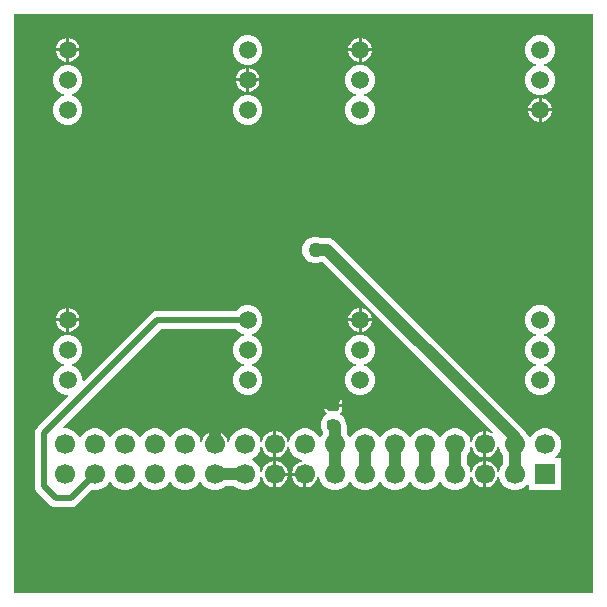
<source format=gbl>
G04*
G04 #@! TF.GenerationSoftware,Altium Limited,Altium Designer,21.2.2 (38)*
G04*
G04 Layer_Physical_Order=2*
G04 Layer_Color=12811406*
%FSLAX44Y44*%
%MOMM*%
G71*
G04*
G04 #@! TF.SameCoordinates,F90950B5-CE6C-4725-8A59-E2001084E966*
G04*
G04*
G04 #@! TF.FilePolarity,Positive*
G04*
G01*
G75*
G04:AMPARAMS|DCode=26|XSize=0.9mm|YSize=1mm|CornerRadius=0.225mm|HoleSize=0mm|Usage=FLASHONLY|Rotation=270.000|XOffset=0mm|YOffset=0mm|HoleType=Round|Shape=RoundedRectangle|*
%AMROUNDEDRECTD26*
21,1,0.9000,0.5500,0,0,270.0*
21,1,0.4500,1.0000,0,0,270.0*
1,1,0.4500,-0.2750,-0.2250*
1,1,0.4500,-0.2750,0.2250*
1,1,0.4500,0.2750,0.2250*
1,1,0.4500,0.2750,-0.2250*
%
%ADD26ROUNDEDRECTD26*%
%ADD30C,1.0000*%
%ADD31C,0.5000*%
%ADD33C,1.5000*%
%ADD34R,1.7000X1.7000*%
%ADD35C,1.7000*%
%ADD36C,1.2700*%
G36*
X745000Y175000D02*
X255000D01*
Y665000D01*
X745000D01*
X745000Y175000D01*
D02*
G37*
%LPC*%
G36*
X301322Y644440D02*
X301270D01*
Y635670D01*
X310040D01*
Y635722D01*
X309356Y638275D01*
X308034Y640565D01*
X306165Y642434D01*
X303875Y643756D01*
X301322Y644440D01*
D02*
G37*
G36*
X298730D02*
X298678D01*
X296125Y643756D01*
X293835Y642434D01*
X291966Y640565D01*
X290644Y638275D01*
X289960Y635722D01*
Y635670D01*
X298730D01*
Y644440D01*
D02*
G37*
G36*
X548922D02*
X548870D01*
Y635670D01*
X557640D01*
Y635722D01*
X556956Y638275D01*
X555634Y640565D01*
X553765Y642434D01*
X551475Y643756D01*
X548922Y644440D01*
D02*
G37*
G36*
X546330D02*
X546278D01*
X543725Y643756D01*
X541435Y642434D01*
X539566Y640565D01*
X538244Y638275D01*
X537560Y635722D01*
Y635670D01*
X546330D01*
Y644440D01*
D02*
G37*
G36*
X557640Y633130D02*
X548870D01*
Y624360D01*
X548922D01*
X551475Y625044D01*
X553765Y626366D01*
X555634Y628235D01*
X556956Y630525D01*
X557640Y633078D01*
Y633130D01*
D02*
G37*
G36*
X546330D02*
X537560D01*
Y633078D01*
X538244Y630525D01*
X539566Y628235D01*
X541435Y626366D01*
X543725Y625044D01*
X546278Y624360D01*
X546330D01*
Y633130D01*
D02*
G37*
G36*
X310040Y633130D02*
X301270D01*
Y624360D01*
X301322D01*
X303875Y625044D01*
X306165Y626366D01*
X308034Y628235D01*
X309356Y630525D01*
X310040Y633078D01*
Y633130D01*
D02*
G37*
G36*
X298730D02*
X289960D01*
Y633078D01*
X290644Y630525D01*
X291966Y628235D01*
X293835Y626366D01*
X296125Y625044D01*
X298678Y624360D01*
X298730D01*
Y633130D01*
D02*
G37*
G36*
X454046Y646900D02*
X450754D01*
X447575Y646048D01*
X444725Y644402D01*
X442397Y642075D01*
X440752Y639225D01*
X439900Y636046D01*
Y632754D01*
X440752Y629575D01*
X442397Y626725D01*
X444725Y624398D01*
X447575Y622752D01*
X450754Y621900D01*
X454046D01*
X457225Y622752D01*
X460075Y624398D01*
X462402Y626725D01*
X464048Y629575D01*
X464900Y632754D01*
Y636046D01*
X464048Y639225D01*
X462402Y642075D01*
X460075Y644402D01*
X457225Y646048D01*
X454046Y646900D01*
D02*
G37*
G36*
X453722Y619040D02*
X453670D01*
Y610270D01*
X462440D01*
Y610322D01*
X461756Y612875D01*
X460434Y615165D01*
X458565Y617034D01*
X456275Y618356D01*
X453722Y619040D01*
D02*
G37*
G36*
X451130D02*
X451078D01*
X448525Y618356D01*
X446235Y617034D01*
X444366Y615165D01*
X443044Y612875D01*
X442360Y610322D01*
Y610270D01*
X451130D01*
Y619040D01*
D02*
G37*
G36*
X462440Y607730D02*
X453670D01*
Y598960D01*
X453722D01*
X456275Y599644D01*
X458565Y600966D01*
X460434Y602835D01*
X461756Y605125D01*
X462440Y607678D01*
Y607730D01*
D02*
G37*
G36*
X451130D02*
X442360D01*
Y607678D01*
X443044Y605125D01*
X444366Y602835D01*
X446235Y600966D01*
X448525Y599644D01*
X451078Y598960D01*
X451130D01*
Y607730D01*
D02*
G37*
G36*
X701646Y646900D02*
X698354D01*
X695175Y646048D01*
X692325Y644402D01*
X689997Y642075D01*
X688352Y639225D01*
X687500Y636046D01*
Y632754D01*
X688352Y629575D01*
X689997Y626725D01*
X692325Y624398D01*
X695175Y622752D01*
X696647Y622357D01*
Y621043D01*
X695175Y620648D01*
X692325Y619002D01*
X689997Y616675D01*
X688352Y613825D01*
X687500Y610646D01*
Y607354D01*
X688352Y604175D01*
X689997Y601325D01*
X692325Y598997D01*
X695175Y597352D01*
X698354Y596500D01*
X701646D01*
X704825Y597352D01*
X707675Y598997D01*
X710003Y601325D01*
X711648Y604175D01*
X712500Y607354D01*
Y610646D01*
X711648Y613825D01*
X710003Y616675D01*
X707675Y619002D01*
X704825Y620648D01*
X703353Y621043D01*
Y622357D01*
X704825Y622752D01*
X707675Y624398D01*
X710003Y626725D01*
X711648Y629575D01*
X712500Y632754D01*
Y636046D01*
X711648Y639225D01*
X710003Y642075D01*
X707675Y644402D01*
X704825Y646048D01*
X701646Y646900D01*
D02*
G37*
G36*
X701322Y593640D02*
X701270D01*
Y584870D01*
X710040D01*
Y584922D01*
X709356Y587475D01*
X708034Y589765D01*
X706165Y591634D01*
X703875Y592956D01*
X701322Y593640D01*
D02*
G37*
G36*
X698730D02*
X698678D01*
X696125Y592956D01*
X693835Y591634D01*
X691966Y589765D01*
X690644Y587475D01*
X689960Y584922D01*
Y584870D01*
X698730D01*
Y593640D01*
D02*
G37*
G36*
X710040Y582330D02*
X701270D01*
Y573560D01*
X701322D01*
X703875Y574244D01*
X706165Y575566D01*
X708034Y577435D01*
X709356Y579725D01*
X710040Y582278D01*
Y582330D01*
D02*
G37*
G36*
X698730D02*
X689960D01*
Y582278D01*
X690644Y579725D01*
X691966Y577435D01*
X693835Y575566D01*
X696125Y574244D01*
X698678Y573560D01*
X698730D01*
Y582330D01*
D02*
G37*
G36*
X549246Y621500D02*
X545954D01*
X542775Y620648D01*
X539925Y619002D01*
X537598Y616675D01*
X535952Y613825D01*
X535100Y610646D01*
Y607354D01*
X535952Y604175D01*
X537598Y601325D01*
X539925Y598997D01*
X542775Y597352D01*
X544247Y596957D01*
Y595643D01*
X542775Y595248D01*
X539925Y593602D01*
X537598Y591275D01*
X535952Y588425D01*
X535100Y585246D01*
Y581954D01*
X535952Y578775D01*
X537598Y575925D01*
X539925Y573597D01*
X542775Y571952D01*
X545954Y571100D01*
X549246D01*
X552425Y571952D01*
X555275Y573597D01*
X557603Y575925D01*
X559248Y578775D01*
X560100Y581954D01*
Y585246D01*
X559248Y588425D01*
X557603Y591275D01*
X555275Y593602D01*
X552425Y595248D01*
X550953Y595643D01*
Y596957D01*
X552425Y597352D01*
X555275Y598997D01*
X557603Y601325D01*
X559248Y604175D01*
X560100Y607354D01*
Y610646D01*
X559248Y613825D01*
X557603Y616675D01*
X555275Y619002D01*
X552425Y620648D01*
X549246Y621500D01*
D02*
G37*
G36*
X454046Y596100D02*
X450754D01*
X447575Y595248D01*
X444725Y593602D01*
X442397Y591275D01*
X440752Y588425D01*
X439900Y585246D01*
Y581954D01*
X440752Y578775D01*
X442397Y575925D01*
X444725Y573597D01*
X447575Y571952D01*
X450754Y571100D01*
X454046D01*
X457225Y571952D01*
X460075Y573597D01*
X462402Y575925D01*
X464048Y578775D01*
X464900Y581954D01*
Y585246D01*
X464048Y588425D01*
X462402Y591275D01*
X460075Y593602D01*
X457225Y595248D01*
X454046Y596100D01*
D02*
G37*
G36*
X301646Y621500D02*
X298354D01*
X295175Y620648D01*
X292325Y619002D01*
X289998Y616675D01*
X288352Y613825D01*
X287500Y610646D01*
Y607354D01*
X288352Y604175D01*
X289998Y601325D01*
X292325Y598997D01*
X295175Y597352D01*
X296647Y596957D01*
Y595643D01*
X295175Y595248D01*
X292325Y593602D01*
X289998Y591275D01*
X288352Y588425D01*
X287500Y585246D01*
Y581954D01*
X288352Y578775D01*
X289998Y575925D01*
X292325Y573597D01*
X295175Y571952D01*
X298354Y571100D01*
X301646D01*
X304825Y571952D01*
X307675Y573597D01*
X310002Y575925D01*
X311648Y578775D01*
X312500Y581954D01*
Y585246D01*
X311648Y588425D01*
X310002Y591275D01*
X307675Y593602D01*
X304825Y595248D01*
X303353Y595643D01*
Y596957D01*
X304825Y597352D01*
X307675Y598997D01*
X310002Y601325D01*
X311648Y604175D01*
X312500Y607354D01*
Y610646D01*
X311648Y613825D01*
X310002Y616675D01*
X307675Y619002D01*
X304825Y620648D01*
X301646Y621500D01*
D02*
G37*
G36*
X454046Y418300D02*
X450754D01*
X447575Y417448D01*
X444725Y415802D01*
X442397Y413475D01*
X442334Y413365D01*
X375800D01*
X375800Y413365D01*
X374821Y413236D01*
X373842Y413107D01*
X372018Y412351D01*
X370451Y411149D01*
X313770Y354468D01*
X312500Y354994D01*
Y356646D01*
X311648Y359825D01*
X310002Y362675D01*
X307675Y365003D01*
X304825Y366648D01*
X303353Y367043D01*
Y368357D01*
X304825Y368752D01*
X307675Y370397D01*
X310002Y372725D01*
X311648Y375575D01*
X312500Y378754D01*
Y382046D01*
X311648Y385225D01*
X310002Y388075D01*
X307675Y390402D01*
X304825Y392048D01*
X301646Y392900D01*
X298354D01*
X295175Y392048D01*
X292325Y390402D01*
X289998Y388075D01*
X288352Y385225D01*
X287500Y382046D01*
Y378754D01*
X288352Y375575D01*
X289998Y372725D01*
X292325Y370397D01*
X295175Y368752D01*
X296647Y368357D01*
Y367043D01*
X295175Y366648D01*
X292325Y365003D01*
X289998Y362675D01*
X288352Y359825D01*
X287500Y356646D01*
Y353354D01*
X288352Y350175D01*
X289998Y347325D01*
X292325Y344997D01*
X295175Y343352D01*
X298354Y342500D01*
X300006D01*
X300532Y341230D01*
X274651Y315349D01*
X273449Y313782D01*
X272693Y311958D01*
X272435Y310000D01*
Y265000D01*
X272693Y263042D01*
X273449Y261218D01*
X274651Y259651D01*
X284651Y249651D01*
X284651Y249651D01*
X286218Y248449D01*
X288042Y247693D01*
X290000Y247435D01*
X302972D01*
X304930Y247693D01*
X306754Y248449D01*
X308321Y249651D01*
X320387Y261716D01*
X321194Y261500D01*
X324749D01*
X328183Y262420D01*
X331261Y264197D01*
X333774Y266711D01*
X334939Y268727D01*
X336405D01*
X337569Y266711D01*
X340083Y264197D01*
X343161Y262420D01*
X346595Y261500D01*
X350149D01*
X353583Y262420D01*
X356661Y264197D01*
X359174Y266711D01*
X360339Y268727D01*
X361805D01*
X362969Y266711D01*
X365483Y264197D01*
X368561Y262420D01*
X371995Y261500D01*
X375549D01*
X378983Y262420D01*
X382061Y264197D01*
X384575Y266711D01*
X385738Y268727D01*
X387205D01*
X388369Y266711D01*
X390883Y264197D01*
X393961Y262420D01*
X397394Y261500D01*
X400949D01*
X404383Y262420D01*
X407461Y264197D01*
X409975Y266711D01*
X411138Y268727D01*
X412605D01*
X413769Y266711D01*
X416283Y264197D01*
X419361Y262420D01*
X422794Y261500D01*
X426349D01*
X429783Y262420D01*
X432861Y264197D01*
X433577Y264914D01*
X440966D01*
X441683Y264197D01*
X444761Y262420D01*
X448195Y261500D01*
X451749D01*
X455183Y262420D01*
X458261Y264197D01*
X460774Y266711D01*
X462552Y269789D01*
X463288Y272536D01*
X464603D01*
X465084Y270739D01*
X466538Y268221D01*
X468593Y266166D01*
X471110Y264712D01*
X473918Y263960D01*
X474102D01*
Y275000D01*
Y286040D01*
X473918D01*
X471110Y285288D01*
X468593Y283834D01*
X466538Y281779D01*
X465084Y279261D01*
X464603Y277464D01*
X463288D01*
X462552Y280211D01*
X460774Y283289D01*
X458261Y285803D01*
X456245Y286967D01*
Y288433D01*
X458261Y289597D01*
X460774Y292111D01*
X462552Y295189D01*
X463288Y297936D01*
X464603D01*
X465084Y296139D01*
X466538Y293621D01*
X468593Y291566D01*
X471110Y290112D01*
X473918Y289360D01*
X474102D01*
Y300400D01*
Y311440D01*
X473918D01*
X471110Y310688D01*
X468593Y309234D01*
X466538Y307179D01*
X465084Y304661D01*
X464603Y302864D01*
X463288D01*
X462552Y305611D01*
X460774Y308689D01*
X458261Y311203D01*
X455183Y312980D01*
X451749Y313900D01*
X448195D01*
X444761Y312980D01*
X441683Y311203D01*
X439169Y308689D01*
X437392Y305611D01*
X436656Y302864D01*
X435341D01*
X434859Y304661D01*
X433406Y307179D01*
X431351Y309234D01*
X428833Y310688D01*
X426025Y311440D01*
X425842D01*
Y300400D01*
X423302D01*
Y311440D01*
X423118D01*
X420311Y310688D01*
X417793Y309234D01*
X415738Y307179D01*
X414284Y304661D01*
X413803Y302864D01*
X412488D01*
X411752Y305611D01*
X409975Y308689D01*
X407461Y311203D01*
X404383Y312980D01*
X400949Y313900D01*
X397394D01*
X393961Y312980D01*
X390883Y311203D01*
X388369Y308689D01*
X387205Y306673D01*
X385738D01*
X384575Y308689D01*
X382061Y311203D01*
X378983Y312980D01*
X375549Y313900D01*
X371995D01*
X368561Y312980D01*
X365483Y311203D01*
X362969Y308689D01*
X361805Y306673D01*
X360339D01*
X359174Y308689D01*
X356661Y311203D01*
X353583Y312980D01*
X350149Y313900D01*
X346595D01*
X343161Y312980D01*
X340083Y311203D01*
X337569Y308689D01*
X336405Y306673D01*
X334939D01*
X333774Y308689D01*
X331261Y311203D01*
X328183Y312980D01*
X324749Y313900D01*
X321194D01*
X317761Y312980D01*
X314683Y311203D01*
X312169Y308689D01*
X311005Y306673D01*
X309538D01*
X308375Y308689D01*
X305861Y311203D01*
X302783Y312980D01*
X299349Y313900D01*
X296394D01*
X295868Y315170D01*
X378933Y398235D01*
X442334D01*
X442397Y398125D01*
X444725Y395798D01*
X447575Y394152D01*
X449047Y393757D01*
Y392443D01*
X447575Y392048D01*
X444725Y390402D01*
X442397Y388075D01*
X440752Y385225D01*
X439900Y382046D01*
Y378754D01*
X440752Y375575D01*
X442397Y372725D01*
X444725Y370397D01*
X447575Y368752D01*
X449047Y368357D01*
Y367043D01*
X447575Y366648D01*
X444725Y365003D01*
X442397Y362675D01*
X440752Y359825D01*
X439900Y356646D01*
Y353354D01*
X440752Y350175D01*
X442397Y347325D01*
X444725Y344997D01*
X447575Y343352D01*
X450754Y342500D01*
X454046D01*
X457225Y343352D01*
X460075Y344997D01*
X462402Y347325D01*
X464048Y350175D01*
X464900Y353354D01*
Y356646D01*
X464048Y359825D01*
X462402Y362675D01*
X460075Y365003D01*
X457225Y366648D01*
X455753Y367043D01*
Y368357D01*
X457225Y368752D01*
X460075Y370397D01*
X462402Y372725D01*
X464048Y375575D01*
X464900Y378754D01*
Y382046D01*
X464048Y385225D01*
X462402Y388075D01*
X460075Y390402D01*
X457225Y392048D01*
X455753Y392443D01*
Y393757D01*
X457225Y394152D01*
X460075Y395798D01*
X462402Y398125D01*
X464048Y400975D01*
X464900Y404154D01*
Y407446D01*
X464048Y410625D01*
X462402Y413475D01*
X460075Y415802D01*
X457225Y417448D01*
X454046Y418300D01*
D02*
G37*
G36*
X301322Y415840D02*
X301270D01*
Y407070D01*
X310040D01*
Y407122D01*
X309356Y409675D01*
X308034Y411965D01*
X306165Y413834D01*
X303875Y415156D01*
X301322Y415840D01*
D02*
G37*
G36*
X298730D02*
X298678D01*
X296125Y415156D01*
X293835Y413834D01*
X291966Y411965D01*
X290644Y409675D01*
X289960Y407122D01*
Y407070D01*
X298730D01*
Y415840D01*
D02*
G37*
G36*
X548922D02*
X548870D01*
Y407070D01*
X557640D01*
Y407122D01*
X556956Y409675D01*
X555634Y411965D01*
X553765Y413834D01*
X551475Y415156D01*
X548922Y415840D01*
D02*
G37*
G36*
X546330D02*
X546278D01*
X543725Y415156D01*
X541435Y413834D01*
X539566Y411965D01*
X538244Y409675D01*
X537560Y407122D01*
Y407070D01*
X546330D01*
Y415840D01*
D02*
G37*
G36*
X557640Y404530D02*
X548870D01*
Y395760D01*
X548922D01*
X551475Y396444D01*
X553765Y397766D01*
X555634Y399635D01*
X556956Y401925D01*
X557640Y404478D01*
Y404530D01*
D02*
G37*
G36*
X546330D02*
X537560D01*
Y404478D01*
X538244Y401925D01*
X539566Y399635D01*
X541435Y397766D01*
X543725Y396444D01*
X546278Y395760D01*
X546330D01*
Y404530D01*
D02*
G37*
G36*
X310040Y404530D02*
X301270D01*
Y395760D01*
X301322D01*
X303875Y396444D01*
X306165Y397766D01*
X308034Y399635D01*
X309356Y401925D01*
X310040Y404478D01*
Y404530D01*
D02*
G37*
G36*
X298730D02*
X289960D01*
Y404478D01*
X290644Y401925D01*
X291966Y399635D01*
X293835Y397766D01*
X296125Y396444D01*
X298678Y395760D01*
X298730D01*
Y404530D01*
D02*
G37*
G36*
X701646Y418300D02*
X698354D01*
X695175Y417448D01*
X692325Y415802D01*
X689997Y413475D01*
X688352Y410625D01*
X687500Y407446D01*
Y404154D01*
X688352Y400975D01*
X689997Y398125D01*
X692325Y395798D01*
X695175Y394152D01*
X696647Y393757D01*
Y392443D01*
X695175Y392048D01*
X692325Y390402D01*
X689997Y388075D01*
X688352Y385225D01*
X687500Y382046D01*
Y378754D01*
X688352Y375575D01*
X689997Y372725D01*
X692325Y370397D01*
X695175Y368752D01*
X696647Y368357D01*
Y367043D01*
X695175Y366648D01*
X692325Y365003D01*
X689997Y362675D01*
X688352Y359825D01*
X687500Y356646D01*
Y353354D01*
X688352Y350175D01*
X689997Y347325D01*
X692325Y344997D01*
X695175Y343352D01*
X698354Y342500D01*
X701646D01*
X704825Y343352D01*
X707675Y344997D01*
X710003Y347325D01*
X711648Y350175D01*
X712500Y353354D01*
Y356646D01*
X711648Y359825D01*
X710003Y362675D01*
X707675Y365003D01*
X704825Y366648D01*
X703353Y367043D01*
Y368357D01*
X704825Y368752D01*
X707675Y370397D01*
X710003Y372725D01*
X711648Y375575D01*
X712500Y378754D01*
Y382046D01*
X711648Y385225D01*
X710003Y388075D01*
X707675Y390402D01*
X704825Y392048D01*
X703353Y392443D01*
Y393757D01*
X704825Y394152D01*
X707675Y395798D01*
X710003Y398125D01*
X711648Y400975D01*
X712500Y404154D01*
Y407446D01*
X711648Y410625D01*
X710003Y413475D01*
X707675Y415802D01*
X704825Y417448D01*
X701646Y418300D01*
D02*
G37*
G36*
X549246Y392900D02*
X545954D01*
X542775Y392048D01*
X539925Y390402D01*
X537598Y388075D01*
X535952Y385225D01*
X535100Y382046D01*
Y378754D01*
X535952Y375575D01*
X537598Y372725D01*
X539925Y370397D01*
X542775Y368752D01*
X544247Y368357D01*
Y367043D01*
X542775Y366648D01*
X539925Y365003D01*
X537598Y362675D01*
X535952Y359825D01*
X535100Y356646D01*
Y353354D01*
X535952Y350175D01*
X537598Y347325D01*
X539925Y344997D01*
X542775Y343352D01*
X545954Y342500D01*
X549246D01*
X552425Y343352D01*
X555275Y344997D01*
X557603Y347325D01*
X559248Y350175D01*
X560100Y353354D01*
Y356646D01*
X559248Y359825D01*
X557603Y362675D01*
X555275Y365003D01*
X552425Y366648D01*
X550953Y367043D01*
Y368357D01*
X552425Y368752D01*
X555275Y370397D01*
X557603Y372725D01*
X559248Y375575D01*
X560100Y378754D01*
Y382046D01*
X559248Y385225D01*
X557603Y388075D01*
X555275Y390402D01*
X552425Y392048D01*
X549246Y392900D01*
D02*
G37*
G36*
X527750Y340134D02*
X526270D01*
Y334270D01*
X532634D01*
Y335250D01*
X532262Y337119D01*
X531203Y338703D01*
X529619Y339762D01*
X527750Y340134D01*
D02*
G37*
G36*
X523730D02*
X522250D01*
X520381Y339762D01*
X518797Y338703D01*
X517738Y337119D01*
X517366Y335250D01*
Y334270D01*
X523730D01*
Y340134D01*
D02*
G37*
G36*
X511494Y476350D02*
X508506D01*
X505619Y475577D01*
X503031Y474082D01*
X500918Y471969D01*
X499423Y469381D01*
X498650Y466494D01*
Y463506D01*
X499423Y460619D01*
X500918Y458031D01*
X503031Y455918D01*
X505619Y454423D01*
X508506Y453650D01*
X511494D01*
X514381Y454423D01*
X515230Y454914D01*
X515822D01*
X660151Y310585D01*
X659371Y309569D01*
X657433Y310688D01*
X654625Y311440D01*
X654442D01*
Y300400D01*
Y289360D01*
X654625D01*
X657433Y290112D01*
X659950Y291566D01*
X662006Y293621D01*
X663459Y296139D01*
X663941Y297936D01*
X665256D01*
X665992Y295189D01*
X667769Y292111D01*
X668485Y291394D01*
Y284006D01*
X667769Y283289D01*
X665992Y280211D01*
X665256Y277464D01*
X663941D01*
X663459Y279261D01*
X662006Y281779D01*
X659950Y283834D01*
X657433Y285288D01*
X654625Y286040D01*
X654442D01*
Y275000D01*
Y263960D01*
X654625D01*
X657433Y264712D01*
X659950Y266166D01*
X662006Y268221D01*
X663459Y270739D01*
X663941Y272536D01*
X665256D01*
X665992Y269789D01*
X667769Y266711D01*
X670283Y264197D01*
X673361Y262420D01*
X676795Y261500D01*
X680349D01*
X683783Y262420D01*
X686861Y264197D01*
X689202Y266538D01*
X690472Y266294D01*
Y261500D01*
X717472D01*
Y288500D01*
X712678D01*
X712434Y289770D01*
X714774Y292111D01*
X716552Y295189D01*
X717472Y298623D01*
Y302177D01*
X716552Y305611D01*
X714774Y308689D01*
X712261Y311203D01*
X709183Y312980D01*
X705749Y313900D01*
X702195D01*
X698761Y312980D01*
X695683Y311203D01*
X693169Y308689D01*
X692005Y306673D01*
X690538D01*
X689374Y308689D01*
X687812Y310252D01*
X687307Y311471D01*
X685704Y313560D01*
X527132Y472132D01*
X525043Y473735D01*
X522611Y474743D01*
X520000Y475086D01*
X515230D01*
X514381Y475577D01*
X511494Y476350D01*
D02*
G37*
G36*
X532634Y331730D02*
X525000D01*
X517366D01*
Y330750D01*
X517738Y328881D01*
X518797Y327297D01*
X519182Y327039D01*
X519058Y325775D01*
X518594Y325583D01*
X517079Y324421D01*
X515917Y322906D01*
X515187Y321143D01*
X514938Y319250D01*
Y317180D01*
X514914Y317000D01*
X514938Y316820D01*
Y314750D01*
X515187Y312857D01*
X515917Y311094D01*
X516086Y310874D01*
Y309406D01*
X515369Y308689D01*
X514205Y306673D01*
X512738D01*
X511575Y308689D01*
X509061Y311203D01*
X505983Y312980D01*
X502549Y313900D01*
X498994D01*
X495561Y312980D01*
X492483Y311203D01*
X489969Y308689D01*
X488192Y305611D01*
X487456Y302864D01*
X486141D01*
X485659Y304661D01*
X484206Y307179D01*
X482150Y309234D01*
X479633Y310688D01*
X476825Y311440D01*
X476642D01*
Y300400D01*
Y289360D01*
X476825D01*
X479633Y290112D01*
X482150Y291566D01*
X484206Y293621D01*
X485659Y296139D01*
X486141Y297936D01*
X487456D01*
X488192Y295189D01*
X489969Y292111D01*
X492483Y289597D01*
X495561Y287820D01*
X498308Y287084D01*
Y285769D01*
X496511Y285288D01*
X493993Y283834D01*
X491938Y281779D01*
X490484Y279261D01*
X489732Y276453D01*
Y276270D01*
X500772D01*
Y275000D01*
X502042D01*
Y263960D01*
X502225D01*
X505033Y264712D01*
X507551Y266166D01*
X509606Y268221D01*
X511059Y270739D01*
X511541Y272536D01*
X512856D01*
X513592Y269789D01*
X515369Y266711D01*
X517883Y264197D01*
X520961Y262420D01*
X524394Y261500D01*
X527949D01*
X531383Y262420D01*
X534461Y264197D01*
X536974Y266711D01*
X538139Y268727D01*
X539605D01*
X540769Y266711D01*
X543283Y264197D01*
X546361Y262420D01*
X549795Y261500D01*
X553349D01*
X556783Y262420D01*
X559861Y264197D01*
X562374Y266711D01*
X563539Y268727D01*
X565005D01*
X566169Y266711D01*
X568683Y264197D01*
X571761Y262420D01*
X575195Y261500D01*
X578749D01*
X582183Y262420D01*
X585261Y264197D01*
X587775Y266711D01*
X588938Y268727D01*
X590405D01*
X591569Y266711D01*
X594083Y264197D01*
X597161Y262420D01*
X600594Y261500D01*
X604149D01*
X607583Y262420D01*
X610661Y264197D01*
X613175Y266711D01*
X614338Y268727D01*
X615805D01*
X616969Y266711D01*
X619483Y264197D01*
X622561Y262420D01*
X625994Y261500D01*
X629549D01*
X632983Y262420D01*
X636061Y264197D01*
X638574Y266711D01*
X640352Y269789D01*
X641088Y272536D01*
X642403D01*
X642884Y270739D01*
X644338Y268221D01*
X646393Y266166D01*
X648911Y264712D01*
X651718Y263960D01*
X651902D01*
Y275000D01*
Y286040D01*
X651718D01*
X648911Y285288D01*
X646393Y283834D01*
X644338Y281779D01*
X642884Y279261D01*
X642403Y277464D01*
X641088D01*
X640352Y280211D01*
X638574Y283289D01*
X637858Y284006D01*
Y291394D01*
X638574Y292111D01*
X640352Y295189D01*
X641088Y297936D01*
X642403D01*
X642884Y296139D01*
X644338Y293621D01*
X646393Y291566D01*
X648911Y290112D01*
X651718Y289360D01*
X651902D01*
Y300400D01*
Y311440D01*
X651718D01*
X648911Y310688D01*
X646393Y309234D01*
X644338Y307179D01*
X642884Y304661D01*
X642403Y302864D01*
X641088D01*
X640352Y305611D01*
X638574Y308689D01*
X636061Y311203D01*
X632983Y312980D01*
X629549Y313900D01*
X625994D01*
X622561Y312980D01*
X619483Y311203D01*
X616969Y308689D01*
X615805Y306673D01*
X614338D01*
X613175Y308689D01*
X610661Y311203D01*
X607583Y312980D01*
X604149Y313900D01*
X600594D01*
X597161Y312980D01*
X594083Y311203D01*
X591569Y308689D01*
X590405Y306673D01*
X588938D01*
X587775Y308689D01*
X585261Y311203D01*
X582183Y312980D01*
X578749Y313900D01*
X575195D01*
X571761Y312980D01*
X568683Y311203D01*
X566169Y308689D01*
X565005Y306673D01*
X563539D01*
X562374Y308689D01*
X559861Y311203D01*
X556783Y312980D01*
X553349Y313900D01*
X549795D01*
X546361Y312980D01*
X543283Y311203D01*
X540769Y308689D01*
X539605Y306673D01*
X538139D01*
X536974Y308689D01*
X536258Y309406D01*
Y315828D01*
X535914Y318439D01*
X534907Y320871D01*
X534837Y320962D01*
X534813Y321143D01*
X534083Y322906D01*
X532921Y324421D01*
X531406Y325583D01*
X530942Y325775D01*
X530818Y327039D01*
X531203Y327297D01*
X532262Y328881D01*
X532634Y330750D01*
Y331730D01*
D02*
G37*
G36*
X476825Y286040D02*
X476642D01*
Y276270D01*
X486412D01*
Y276453D01*
X485659Y279261D01*
X484206Y281779D01*
X482150Y283834D01*
X479633Y285288D01*
X476825Y286040D01*
D02*
G37*
G36*
X499502Y273730D02*
X489732D01*
Y273547D01*
X490484Y270739D01*
X491938Y268221D01*
X493993Y266166D01*
X496511Y264712D01*
X499318Y263960D01*
X499502D01*
Y273730D01*
D02*
G37*
G36*
X486412D02*
X476642D01*
Y263960D01*
X476825D01*
X479633Y264712D01*
X482150Y266166D01*
X484206Y268221D01*
X485659Y270739D01*
X486412Y273547D01*
Y273730D01*
D02*
G37*
%LPD*%
D26*
X525000Y317000D02*
D03*
Y333000D02*
D03*
D30*
X424572Y275000D02*
X449972D01*
X526172Y300400D02*
Y315828D01*
Y275000D02*
Y300400D01*
X525000Y317000D02*
X526172Y315828D01*
X424572Y300400D02*
Y314572D01*
X526172Y340000D02*
Y386172D01*
X602372Y275000D02*
Y300400D01*
X445858Y335858D02*
X475372D01*
X551572Y275000D02*
Y300400D01*
X522030Y335858D02*
X526172Y340000D01*
X475372Y335858D02*
X522030D01*
X576972Y275000D02*
Y300400D01*
X627772Y275000D02*
Y300400D01*
X424572Y314572D02*
X445858Y335858D01*
X678572Y275000D02*
Y300400D01*
Y306428D01*
X510000Y465000D02*
X520000D01*
X678572Y306428D01*
X546247Y405800D02*
X547600D01*
D31*
X375800D02*
X452400D01*
X280000Y310000D02*
X375800Y405800D01*
X280000Y265000D02*
Y310000D01*
Y265000D02*
X290000Y255000D01*
X302972D01*
X322972Y275000D01*
D33*
X452400Y405800D02*
D03*
X300000D02*
D03*
X452400Y380400D02*
D03*
X300000D02*
D03*
X452400Y355000D02*
D03*
X300000D02*
D03*
X452400Y583600D02*
D03*
X300000D02*
D03*
X452400Y609000D02*
D03*
X300000D02*
D03*
X452400Y634400D02*
D03*
X300000D02*
D03*
X700000Y380400D02*
D03*
Y355000D02*
D03*
X547600Y634400D02*
D03*
X700000D02*
D03*
X547600Y609000D02*
D03*
X700000D02*
D03*
X547600Y583600D02*
D03*
X700000D02*
D03*
X547600Y355000D02*
D03*
Y380400D02*
D03*
Y405800D02*
D03*
X700000D02*
D03*
D34*
X703972Y275000D02*
D03*
D35*
Y300400D02*
D03*
X678572Y275000D02*
D03*
Y300400D02*
D03*
X653172Y275000D02*
D03*
Y300400D02*
D03*
X627772D02*
D03*
Y275000D02*
D03*
X602372Y300400D02*
D03*
Y275000D02*
D03*
X500772D02*
D03*
Y300400D02*
D03*
X526172Y275000D02*
D03*
Y300400D02*
D03*
X551572D02*
D03*
Y275000D02*
D03*
X576972Y300400D02*
D03*
Y275000D02*
D03*
X399172D02*
D03*
Y300400D02*
D03*
X424572Y275000D02*
D03*
Y300400D02*
D03*
X449972D02*
D03*
Y275000D02*
D03*
X475372Y300400D02*
D03*
Y275000D02*
D03*
X322972D02*
D03*
Y300400D02*
D03*
X348372D02*
D03*
Y275000D02*
D03*
X373772Y300400D02*
D03*
Y275000D02*
D03*
X297572Y300400D02*
D03*
Y275000D02*
D03*
D36*
X510000Y465000D02*
D03*
M02*

</source>
